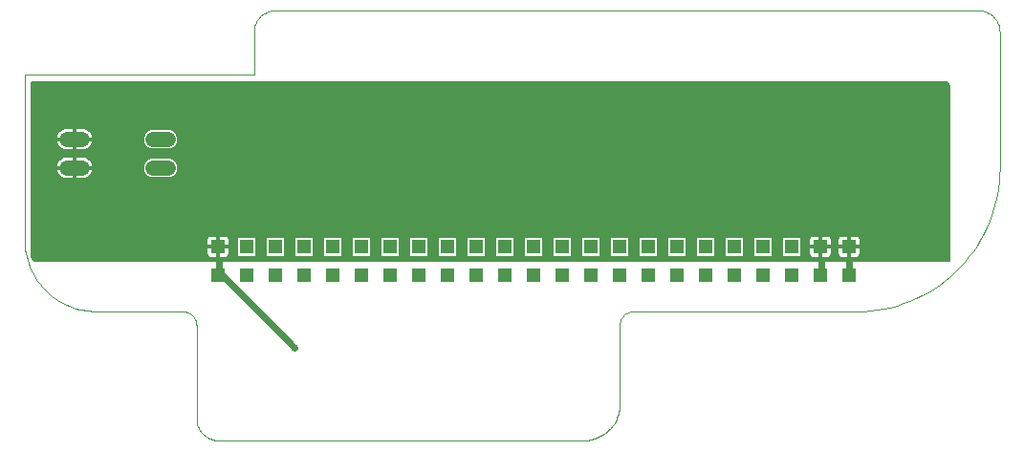
<source format=gbl>
G75*
G70*
%OFA0B0*%
%FSLAX24Y24*%
%IPPOS*%
%LPD*%
%AMOC8*
5,1,8,0,0,1.08239X$1,22.5*
%
%ADD10C,0.0000*%
%ADD11R,0.0515X0.0515*%
%ADD12C,0.0520*%
%ADD13C,0.0060*%
%ADD14C,0.0240*%
%ADD15C,0.0240*%
D10*
X006100Y000850D02*
X006100Y004100D01*
X006098Y004144D01*
X006092Y004187D01*
X006083Y004229D01*
X006070Y004271D01*
X006053Y004311D01*
X006033Y004350D01*
X006010Y004387D01*
X005983Y004421D01*
X005954Y004454D01*
X005921Y004483D01*
X005887Y004510D01*
X005850Y004533D01*
X005811Y004553D01*
X005771Y004570D01*
X005729Y004583D01*
X005687Y004592D01*
X005644Y004598D01*
X005600Y004600D01*
X002600Y004600D01*
X002481Y004603D01*
X002362Y004611D01*
X002244Y004625D01*
X002127Y004645D01*
X002011Y004670D01*
X001896Y004701D01*
X001782Y004737D01*
X001671Y004779D01*
X001561Y004826D01*
X001454Y004878D01*
X001350Y004935D01*
X001248Y004997D01*
X001150Y005064D01*
X001055Y005135D01*
X000963Y005211D01*
X000875Y005291D01*
X000791Y005375D01*
X000711Y005463D01*
X000635Y005555D01*
X000564Y005650D01*
X000497Y005748D01*
X000435Y005850D01*
X000378Y005954D01*
X000326Y006061D01*
X000279Y006171D01*
X000237Y006282D01*
X000201Y006396D01*
X000170Y006511D01*
X000145Y006627D01*
X000125Y006744D01*
X000111Y006862D01*
X000103Y006981D01*
X000100Y007100D01*
X000100Y012850D01*
X008100Y012850D01*
X008100Y014350D01*
X008102Y014404D01*
X008108Y014457D01*
X008117Y014509D01*
X008130Y014561D01*
X008147Y014612D01*
X008168Y014662D01*
X008192Y014709D01*
X008219Y014755D01*
X008250Y014799D01*
X008283Y014841D01*
X008320Y014880D01*
X008359Y014917D01*
X008401Y014950D01*
X008445Y014981D01*
X008491Y015008D01*
X008538Y015032D01*
X008588Y015053D01*
X008639Y015070D01*
X008691Y015083D01*
X008743Y015092D01*
X008796Y015098D01*
X008850Y015100D01*
X033350Y015100D01*
X033404Y015098D01*
X033457Y015092D01*
X033509Y015083D01*
X033561Y015070D01*
X033612Y015053D01*
X033662Y015032D01*
X033709Y015008D01*
X033755Y014981D01*
X033799Y014950D01*
X033841Y014917D01*
X033880Y014880D01*
X033917Y014841D01*
X033950Y014799D01*
X033981Y014755D01*
X034008Y014709D01*
X034032Y014662D01*
X034053Y014612D01*
X034070Y014561D01*
X034083Y014509D01*
X034092Y014457D01*
X034098Y014404D01*
X034100Y014350D01*
X034100Y009600D01*
X034094Y009362D01*
X034077Y009125D01*
X034049Y008888D01*
X034010Y008654D01*
X033959Y008421D01*
X033897Y008191D01*
X033825Y007965D01*
X033742Y007742D01*
X033648Y007523D01*
X033544Y007309D01*
X033430Y007100D01*
X033306Y006897D01*
X033173Y006700D01*
X033030Y006509D01*
X032879Y006326D01*
X032719Y006150D01*
X032550Y005981D01*
X032374Y005821D01*
X032191Y005670D01*
X032000Y005527D01*
X031803Y005394D01*
X031600Y005270D01*
X031391Y005156D01*
X031177Y005052D01*
X030958Y004958D01*
X030735Y004875D01*
X030509Y004803D01*
X030279Y004741D01*
X030046Y004690D01*
X029812Y004651D01*
X029575Y004623D01*
X029338Y004606D01*
X029100Y004600D01*
X021350Y004600D01*
X021306Y004598D01*
X021263Y004592D01*
X021221Y004583D01*
X021179Y004570D01*
X021139Y004553D01*
X021100Y004533D01*
X021063Y004510D01*
X021029Y004483D01*
X020996Y004454D01*
X020967Y004421D01*
X020940Y004387D01*
X020917Y004350D01*
X020897Y004311D01*
X020880Y004271D01*
X020867Y004229D01*
X020858Y004187D01*
X020852Y004144D01*
X020850Y004100D01*
X020850Y001350D01*
X020848Y001282D01*
X020843Y001215D01*
X020834Y001148D01*
X020821Y001081D01*
X020804Y001016D01*
X020785Y000951D01*
X020761Y000887D01*
X020734Y000825D01*
X020704Y000764D01*
X020671Y000706D01*
X020635Y000649D01*
X020595Y000594D01*
X020553Y000541D01*
X020507Y000490D01*
X020460Y000443D01*
X020409Y000397D01*
X020356Y000355D01*
X020301Y000315D01*
X020244Y000279D01*
X020186Y000246D01*
X020125Y000216D01*
X020063Y000189D01*
X019999Y000165D01*
X019934Y000146D01*
X019869Y000129D01*
X019802Y000116D01*
X019735Y000107D01*
X019668Y000102D01*
X019600Y000100D01*
X006850Y000100D01*
X006796Y000102D01*
X006743Y000108D01*
X006691Y000117D01*
X006639Y000130D01*
X006588Y000147D01*
X006538Y000168D01*
X006491Y000192D01*
X006445Y000219D01*
X006401Y000250D01*
X006359Y000283D01*
X006320Y000320D01*
X006283Y000359D01*
X006250Y000401D01*
X006219Y000445D01*
X006192Y000491D01*
X006168Y000538D01*
X006147Y000588D01*
X006130Y000639D01*
X006117Y000691D01*
X006108Y000743D01*
X006102Y000796D01*
X006100Y000850D01*
D11*
X006850Y005850D03*
X007850Y005850D03*
X008850Y005850D03*
X009850Y005850D03*
X010850Y005850D03*
X011850Y005850D03*
X012850Y005850D03*
X013850Y005850D03*
X014850Y005850D03*
X015850Y005850D03*
X016850Y005850D03*
X017850Y005850D03*
X018850Y005850D03*
X019850Y005850D03*
X020850Y005850D03*
X021850Y005850D03*
X022850Y005850D03*
X023850Y005850D03*
X024850Y005850D03*
X025850Y005850D03*
X026850Y005850D03*
X027850Y005850D03*
X028850Y005850D03*
X028850Y006850D03*
X027850Y006850D03*
X026850Y006850D03*
X025850Y006850D03*
X024850Y006850D03*
X023850Y006850D03*
X022850Y006850D03*
X021850Y006850D03*
X020850Y006850D03*
X019850Y006850D03*
X018850Y006850D03*
X017850Y006850D03*
X016850Y006850D03*
X015850Y006850D03*
X014850Y006850D03*
X013850Y006850D03*
X012850Y006850D03*
X011850Y006850D03*
X010850Y006850D03*
X009850Y006850D03*
X008850Y006850D03*
X007850Y006850D03*
X006850Y006850D03*
D12*
X005110Y009600D02*
X004590Y009600D01*
X004590Y010600D02*
X005110Y010600D01*
X002110Y010600D02*
X001590Y010600D01*
X001590Y009600D02*
X002110Y009600D01*
D13*
X001880Y009627D02*
X004240Y009627D01*
X004240Y009670D02*
X004240Y009530D01*
X004293Y009402D01*
X004392Y009303D01*
X004520Y009250D01*
X005180Y009250D01*
X005308Y009303D01*
X005407Y009402D01*
X005460Y009530D01*
X005460Y009670D01*
X005407Y009798D01*
X005308Y009897D01*
X005180Y009950D01*
X004520Y009950D01*
X004392Y009897D01*
X004293Y009798D01*
X004240Y009670D01*
X004247Y009685D02*
X002491Y009685D01*
X002485Y009714D02*
X002456Y009785D01*
X002413Y009849D01*
X002359Y009903D01*
X002295Y009946D01*
X002224Y009975D01*
X002148Y009990D01*
X001880Y009990D01*
X001880Y009630D01*
X001820Y009630D01*
X001820Y009990D01*
X001552Y009990D01*
X001476Y009975D01*
X001405Y009946D01*
X001341Y009903D01*
X001287Y009849D01*
X001244Y009785D01*
X001215Y009714D01*
X001200Y009638D01*
X001200Y009630D01*
X001820Y009630D01*
X001820Y009570D01*
X001880Y009570D01*
X001880Y009630D01*
X002500Y009630D01*
X002500Y009638D01*
X002485Y009714D01*
X002473Y009744D02*
X004271Y009744D01*
X004297Y009802D02*
X002444Y009802D01*
X002401Y009860D02*
X004356Y009860D01*
X004445Y009919D02*
X002335Y009919D01*
X002213Y009977D02*
X032350Y009977D01*
X032350Y009919D02*
X005255Y009919D01*
X005344Y009860D02*
X032350Y009860D01*
X032350Y009802D02*
X005403Y009802D01*
X005429Y009744D02*
X032350Y009744D01*
X032350Y009685D02*
X005453Y009685D01*
X005460Y009627D02*
X032350Y009627D01*
X032350Y009569D02*
X005460Y009569D01*
X005452Y009510D02*
X032350Y009510D01*
X032350Y009452D02*
X005427Y009452D01*
X005399Y009394D02*
X032350Y009394D01*
X032350Y009335D02*
X005340Y009335D01*
X005245Y009277D02*
X032350Y009277D01*
X032350Y009219D02*
X002192Y009219D01*
X002224Y009225D02*
X002295Y009254D01*
X002359Y009297D01*
X002413Y009351D01*
X002456Y009415D01*
X002485Y009486D01*
X002500Y009562D01*
X002500Y009570D01*
X001880Y009570D01*
X001880Y009210D01*
X002148Y009210D01*
X002224Y009225D01*
X002328Y009277D02*
X004455Y009277D01*
X004360Y009335D02*
X002397Y009335D01*
X002441Y009394D02*
X004301Y009394D01*
X004273Y009452D02*
X002471Y009452D01*
X002490Y009510D02*
X004248Y009510D01*
X004240Y009569D02*
X002500Y009569D01*
X001880Y009569D02*
X001820Y009569D01*
X001820Y009570D02*
X001820Y009210D01*
X001552Y009210D01*
X001476Y009225D01*
X001405Y009254D01*
X001341Y009297D01*
X001287Y009351D01*
X001244Y009415D01*
X001215Y009486D01*
X001200Y009562D01*
X001200Y009570D01*
X001820Y009570D01*
X001820Y009627D02*
X000350Y009627D01*
X000350Y009569D02*
X001200Y009569D01*
X001210Y009510D02*
X000350Y009510D01*
X000350Y009452D02*
X001229Y009452D01*
X001259Y009394D02*
X000350Y009394D01*
X000350Y009335D02*
X001303Y009335D01*
X001372Y009277D02*
X000350Y009277D01*
X000350Y009219D02*
X001508Y009219D01*
X001820Y009219D02*
X001880Y009219D01*
X001880Y009277D02*
X001820Y009277D01*
X001820Y009335D02*
X001880Y009335D01*
X001880Y009394D02*
X001820Y009394D01*
X001820Y009452D02*
X001880Y009452D01*
X001880Y009510D02*
X001820Y009510D01*
X001820Y009685D02*
X001880Y009685D01*
X001880Y009744D02*
X001820Y009744D01*
X001820Y009802D02*
X001880Y009802D01*
X001880Y009860D02*
X001820Y009860D01*
X001820Y009919D02*
X001880Y009919D01*
X001880Y009977D02*
X001820Y009977D01*
X001487Y009977D02*
X000350Y009977D01*
X000350Y009919D02*
X001365Y009919D01*
X001299Y009860D02*
X000350Y009860D01*
X000350Y009802D02*
X001256Y009802D01*
X001227Y009744D02*
X000350Y009744D01*
X000350Y009685D02*
X001209Y009685D01*
X000350Y010035D02*
X032350Y010035D01*
X032350Y010094D02*
X000350Y010094D01*
X000350Y010152D02*
X032350Y010152D01*
X032350Y010210D02*
X002150Y010210D01*
X002148Y010210D02*
X002224Y010225D01*
X002295Y010254D01*
X002359Y010297D01*
X002413Y010351D01*
X002456Y010415D01*
X002485Y010486D01*
X002500Y010562D01*
X002500Y010570D01*
X001880Y010570D01*
X001880Y010630D01*
X001820Y010630D01*
X001820Y010990D01*
X001552Y010990D01*
X001476Y010975D01*
X001405Y010946D01*
X001341Y010903D01*
X001287Y010849D01*
X001244Y010785D01*
X001215Y010714D01*
X001200Y010638D01*
X001200Y010630D01*
X001820Y010630D01*
X001820Y010570D01*
X001880Y010570D01*
X001880Y010210D01*
X002148Y010210D01*
X002316Y010269D02*
X004475Y010269D01*
X004520Y010250D02*
X004392Y010303D01*
X004293Y010402D01*
X004240Y010530D01*
X004240Y010670D01*
X004293Y010798D01*
X004392Y010897D01*
X004520Y010950D01*
X005180Y010950D01*
X005308Y010897D01*
X005407Y010798D01*
X005460Y010670D01*
X005460Y010530D01*
X005407Y010402D01*
X005308Y010303D01*
X005180Y010250D01*
X004520Y010250D01*
X004368Y010327D02*
X002389Y010327D01*
X002436Y010386D02*
X004310Y010386D01*
X004276Y010444D02*
X002467Y010444D01*
X002488Y010502D02*
X004252Y010502D01*
X004240Y010561D02*
X002500Y010561D01*
X002500Y010630D02*
X002500Y010638D01*
X002485Y010714D01*
X002456Y010785D01*
X002413Y010849D01*
X002359Y010903D01*
X002295Y010946D01*
X002224Y010975D01*
X002148Y010990D01*
X001880Y010990D01*
X001880Y010630D01*
X002500Y010630D01*
X002492Y010677D02*
X004243Y010677D01*
X004240Y010619D02*
X001880Y010619D01*
X001880Y010677D02*
X001820Y010677D01*
X001820Y010619D02*
X000350Y010619D01*
X000350Y010677D02*
X001208Y010677D01*
X001224Y010736D02*
X000350Y010736D01*
X000350Y010794D02*
X001251Y010794D01*
X001291Y010852D02*
X000350Y010852D01*
X000350Y010911D02*
X001353Y010911D01*
X001462Y010969D02*
X000350Y010969D01*
X000350Y011027D02*
X032350Y011027D01*
X032350Y010969D02*
X002238Y010969D01*
X002347Y010911D02*
X004425Y010911D01*
X004347Y010852D02*
X002409Y010852D01*
X002449Y010794D02*
X004292Y010794D01*
X004267Y010736D02*
X002476Y010736D01*
X001880Y010736D02*
X001820Y010736D01*
X001820Y010794D02*
X001880Y010794D01*
X001880Y010852D02*
X001820Y010852D01*
X001820Y010911D02*
X001880Y010911D01*
X001880Y010969D02*
X001820Y010969D01*
X001820Y010570D02*
X001200Y010570D01*
X001200Y010562D01*
X001215Y010486D01*
X001244Y010415D01*
X001287Y010351D01*
X001341Y010297D01*
X001405Y010254D01*
X001476Y010225D01*
X001552Y010210D01*
X001820Y010210D01*
X001820Y010570D01*
X001820Y010561D02*
X001880Y010561D01*
X001880Y010502D02*
X001820Y010502D01*
X001820Y010444D02*
X001880Y010444D01*
X001880Y010386D02*
X001820Y010386D01*
X001820Y010327D02*
X001880Y010327D01*
X001880Y010269D02*
X001820Y010269D01*
X001820Y010210D02*
X001880Y010210D01*
X001550Y010210D02*
X000350Y010210D01*
X000350Y010269D02*
X001384Y010269D01*
X001311Y010327D02*
X000350Y010327D01*
X000350Y010386D02*
X001264Y010386D01*
X001233Y010444D02*
X000350Y010444D01*
X000350Y010502D02*
X001212Y010502D01*
X001200Y010561D02*
X000350Y010561D01*
X000350Y011086D02*
X032350Y011086D01*
X032350Y011144D02*
X000350Y011144D01*
X000350Y011202D02*
X032350Y011202D01*
X032350Y011261D02*
X000350Y011261D01*
X000350Y011319D02*
X032350Y011319D01*
X032350Y011377D02*
X000350Y011377D01*
X000350Y011436D02*
X032350Y011436D01*
X032350Y011494D02*
X000350Y011494D01*
X000350Y011552D02*
X032350Y011552D01*
X032350Y011611D02*
X000350Y011611D01*
X000350Y011669D02*
X032350Y011669D01*
X032350Y011727D02*
X000350Y011727D01*
X000350Y011786D02*
X032350Y011786D01*
X032350Y011844D02*
X000350Y011844D01*
X000350Y011902D02*
X032350Y011902D01*
X032350Y011961D02*
X000350Y011961D01*
X000350Y012019D02*
X032350Y012019D01*
X032350Y012077D02*
X000350Y012077D01*
X000350Y012136D02*
X032350Y012136D01*
X032350Y012194D02*
X000350Y012194D01*
X000350Y012252D02*
X032350Y012252D01*
X032350Y012311D02*
X000350Y012311D01*
X000350Y012369D02*
X032350Y012369D01*
X032350Y012403D02*
X032350Y006350D01*
X000547Y006350D01*
X000503Y006355D01*
X000461Y006369D01*
X000424Y006393D01*
X000393Y006424D01*
X000369Y006461D01*
X000355Y006503D01*
X000350Y006547D01*
X000350Y012600D01*
X032153Y012600D01*
X032197Y012595D01*
X032239Y012581D01*
X032276Y012557D01*
X032307Y012526D01*
X032331Y012489D01*
X032345Y012447D01*
X032350Y012403D01*
X032347Y012428D02*
X000350Y012428D01*
X000350Y012486D02*
X032331Y012486D01*
X032289Y012544D02*
X000350Y012544D01*
X005275Y010911D02*
X032350Y010911D01*
X032350Y010852D02*
X005353Y010852D01*
X005408Y010794D02*
X032350Y010794D01*
X032350Y010736D02*
X005433Y010736D01*
X005457Y010677D02*
X032350Y010677D01*
X032350Y010619D02*
X005460Y010619D01*
X005460Y010561D02*
X032350Y010561D01*
X032350Y010502D02*
X005448Y010502D01*
X005424Y010444D02*
X032350Y010444D01*
X032350Y010386D02*
X005390Y010386D01*
X005332Y010327D02*
X032350Y010327D01*
X032350Y010269D02*
X005225Y010269D01*
X000350Y009160D02*
X032350Y009160D01*
X032350Y009102D02*
X000350Y009102D01*
X000350Y009044D02*
X032350Y009044D01*
X032350Y008985D02*
X000350Y008985D01*
X000350Y008927D02*
X032350Y008927D01*
X032350Y008869D02*
X000350Y008869D01*
X000350Y008810D02*
X032350Y008810D01*
X032350Y008752D02*
X000350Y008752D01*
X000350Y008694D02*
X032350Y008694D01*
X032350Y008635D02*
X000350Y008635D01*
X000350Y008577D02*
X032350Y008577D01*
X032350Y008519D02*
X000350Y008519D01*
X000350Y008460D02*
X032350Y008460D01*
X032350Y008402D02*
X000350Y008402D01*
X000350Y008344D02*
X032350Y008344D01*
X032350Y008285D02*
X000350Y008285D01*
X000350Y008227D02*
X032350Y008227D01*
X032350Y008168D02*
X000350Y008168D01*
X000350Y008110D02*
X032350Y008110D01*
X032350Y008052D02*
X000350Y008052D01*
X000350Y007993D02*
X032350Y007993D01*
X032350Y007935D02*
X000350Y007935D01*
X000350Y007877D02*
X032350Y007877D01*
X032350Y007818D02*
X000350Y007818D01*
X000350Y007760D02*
X032350Y007760D01*
X032350Y007702D02*
X000350Y007702D01*
X000350Y007643D02*
X032350Y007643D01*
X032350Y007585D02*
X000350Y007585D01*
X000350Y007527D02*
X032350Y007527D01*
X032350Y007468D02*
X000350Y007468D01*
X000350Y007410D02*
X032350Y007410D01*
X032350Y007352D02*
X000350Y007352D01*
X000350Y007293D02*
X032350Y007293D01*
X032350Y007235D02*
X029133Y007235D01*
X029125Y007237D02*
X028880Y007237D01*
X028880Y006880D01*
X028820Y006880D01*
X028820Y007237D01*
X028575Y007237D01*
X028542Y007229D01*
X028513Y007211D01*
X028489Y007187D01*
X028471Y007158D01*
X028463Y007125D01*
X028463Y006880D01*
X028820Y006880D01*
X028820Y006820D01*
X028880Y006820D01*
X028880Y006880D01*
X029237Y006880D01*
X029237Y007125D01*
X029229Y007158D01*
X029211Y007187D01*
X029187Y007211D01*
X029158Y007229D01*
X029125Y007237D01*
X029218Y007177D02*
X032350Y007177D01*
X032350Y007118D02*
X029237Y007118D01*
X029237Y007060D02*
X032350Y007060D01*
X032350Y007002D02*
X029237Y007002D01*
X029237Y006943D02*
X032350Y006943D01*
X032350Y006885D02*
X029237Y006885D01*
X029237Y006820D02*
X028880Y006820D01*
X028880Y006463D01*
X029125Y006463D01*
X029158Y006471D01*
X029187Y006489D01*
X029211Y006513D01*
X029229Y006542D01*
X029237Y006575D01*
X029237Y006820D01*
X029237Y006768D02*
X032350Y006768D01*
X032350Y006710D02*
X029237Y006710D01*
X029237Y006652D02*
X032350Y006652D01*
X032350Y006593D02*
X029237Y006593D01*
X029224Y006535D02*
X032350Y006535D01*
X032350Y006477D02*
X029166Y006477D01*
X028880Y006477D02*
X028820Y006477D01*
X028820Y006463D02*
X028820Y006820D01*
X028463Y006820D01*
X028463Y006575D01*
X028471Y006542D01*
X028489Y006513D01*
X028513Y006489D01*
X028542Y006471D01*
X028575Y006463D01*
X028820Y006463D01*
X028820Y006535D02*
X028880Y006535D01*
X028880Y006593D02*
X028820Y006593D01*
X028820Y006652D02*
X028880Y006652D01*
X028880Y006710D02*
X028820Y006710D01*
X028820Y006768D02*
X028880Y006768D01*
X028880Y006827D02*
X032350Y006827D01*
X032350Y006418D02*
X000399Y006418D01*
X000364Y006477D02*
X006534Y006477D01*
X006542Y006471D02*
X006575Y006463D01*
X006820Y006463D01*
X006820Y006820D01*
X006880Y006820D01*
X006880Y006880D01*
X006820Y006880D01*
X006820Y007237D01*
X006575Y007237D01*
X006542Y007229D01*
X006513Y007211D01*
X006489Y007187D01*
X006471Y007158D01*
X006463Y007125D01*
X006463Y006880D01*
X006820Y006880D01*
X006820Y006820D01*
X006463Y006820D01*
X006463Y006575D01*
X006471Y006542D01*
X006489Y006513D01*
X006513Y006489D01*
X006542Y006471D01*
X006476Y006535D02*
X000351Y006535D01*
X000350Y006593D02*
X006463Y006593D01*
X006463Y006652D02*
X000350Y006652D01*
X000350Y006710D02*
X006463Y006710D01*
X006463Y006768D02*
X000350Y006768D01*
X000350Y006827D02*
X006820Y006827D01*
X006820Y006885D02*
X006880Y006885D01*
X006880Y006880D02*
X006880Y007237D01*
X007125Y007237D01*
X007158Y007229D01*
X007187Y007211D01*
X007211Y007187D01*
X007229Y007158D01*
X007237Y007125D01*
X007237Y006880D01*
X006880Y006880D01*
X006880Y006827D02*
X007503Y006827D01*
X007503Y006885D02*
X007237Y006885D01*
X007237Y006943D02*
X007503Y006943D01*
X007503Y007002D02*
X007237Y007002D01*
X007237Y007060D02*
X007503Y007060D01*
X007503Y007118D02*
X007237Y007118D01*
X007218Y007177D02*
X007535Y007177D01*
X007555Y007197D02*
X007503Y007145D01*
X007503Y006555D01*
X007555Y006503D01*
X008145Y006503D01*
X008197Y006555D01*
X008197Y007145D01*
X008145Y007197D01*
X007555Y007197D01*
X008165Y007177D02*
X008535Y007177D01*
X008555Y007197D02*
X008503Y007145D01*
X008503Y006555D01*
X008555Y006503D01*
X009145Y006503D01*
X009197Y006555D01*
X009197Y007145D01*
X009145Y007197D01*
X008555Y007197D01*
X008503Y007118D02*
X008197Y007118D01*
X008197Y007060D02*
X008503Y007060D01*
X008503Y007002D02*
X008197Y007002D01*
X008197Y006943D02*
X008503Y006943D01*
X008503Y006885D02*
X008197Y006885D01*
X008197Y006827D02*
X008503Y006827D01*
X008503Y006768D02*
X008197Y006768D01*
X008197Y006710D02*
X008503Y006710D01*
X008503Y006652D02*
X008197Y006652D01*
X008197Y006593D02*
X008503Y006593D01*
X008523Y006535D02*
X008177Y006535D01*
X007523Y006535D02*
X007224Y006535D01*
X007229Y006542D02*
X007211Y006513D01*
X007187Y006489D01*
X007158Y006471D01*
X007125Y006463D01*
X006880Y006463D01*
X006880Y006820D01*
X007237Y006820D01*
X007237Y006575D01*
X007229Y006542D01*
X007237Y006593D02*
X007503Y006593D01*
X007503Y006652D02*
X007237Y006652D01*
X007237Y006710D02*
X007503Y006710D01*
X007503Y006768D02*
X007237Y006768D01*
X006880Y006768D02*
X006820Y006768D01*
X006820Y006710D02*
X006880Y006710D01*
X006880Y006652D02*
X006820Y006652D01*
X006820Y006593D02*
X006880Y006593D01*
X006880Y006535D02*
X006820Y006535D01*
X006820Y006477D02*
X006880Y006477D01*
X007166Y006477D02*
X027534Y006477D01*
X027542Y006471D02*
X027575Y006463D01*
X027820Y006463D01*
X027820Y006820D01*
X027880Y006820D01*
X027880Y006880D01*
X027820Y006880D01*
X027820Y007237D01*
X027575Y007237D01*
X027542Y007229D01*
X027513Y007211D01*
X027489Y007187D01*
X027471Y007158D01*
X027463Y007125D01*
X027463Y006880D01*
X027820Y006880D01*
X027820Y006820D01*
X027463Y006820D01*
X027463Y006575D01*
X027471Y006542D01*
X027489Y006513D01*
X027513Y006489D01*
X027542Y006471D01*
X027476Y006535D02*
X027177Y006535D01*
X027197Y006555D02*
X027145Y006503D01*
X026555Y006503D01*
X026503Y006555D01*
X026503Y007145D01*
X026555Y007197D01*
X027145Y007197D01*
X027197Y007145D01*
X027197Y006555D01*
X027197Y006593D02*
X027463Y006593D01*
X027463Y006652D02*
X027197Y006652D01*
X027197Y006710D02*
X027463Y006710D01*
X027463Y006768D02*
X027197Y006768D01*
X027197Y006827D02*
X027820Y006827D01*
X027820Y006885D02*
X027880Y006885D01*
X027880Y006880D02*
X027880Y007237D01*
X028125Y007237D01*
X028158Y007229D01*
X028187Y007211D01*
X028211Y007187D01*
X028229Y007158D01*
X028237Y007125D01*
X028237Y006880D01*
X027880Y006880D01*
X027880Y006827D02*
X028820Y006827D01*
X028820Y006885D02*
X028880Y006885D01*
X028880Y006943D02*
X028820Y006943D01*
X028820Y007002D02*
X028880Y007002D01*
X028880Y007060D02*
X028820Y007060D01*
X028820Y007118D02*
X028880Y007118D01*
X028880Y007177D02*
X028820Y007177D01*
X028820Y007235D02*
X028880Y007235D01*
X028567Y007235D02*
X028133Y007235D01*
X028218Y007177D02*
X028482Y007177D01*
X028463Y007118D02*
X028237Y007118D01*
X028237Y007060D02*
X028463Y007060D01*
X028463Y007002D02*
X028237Y007002D01*
X028237Y006943D02*
X028463Y006943D01*
X028463Y006885D02*
X028237Y006885D01*
X028237Y006820D02*
X027880Y006820D01*
X027880Y006463D01*
X028125Y006463D01*
X028158Y006471D01*
X028187Y006489D01*
X028211Y006513D01*
X028229Y006542D01*
X028237Y006575D01*
X028237Y006820D01*
X028237Y006768D02*
X028463Y006768D01*
X028463Y006710D02*
X028237Y006710D01*
X028237Y006652D02*
X028463Y006652D01*
X028463Y006593D02*
X028237Y006593D01*
X028224Y006535D02*
X028476Y006535D01*
X028534Y006477D02*
X028166Y006477D01*
X027880Y006477D02*
X027820Y006477D01*
X027820Y006535D02*
X027880Y006535D01*
X027880Y006593D02*
X027820Y006593D01*
X027820Y006652D02*
X027880Y006652D01*
X027880Y006710D02*
X027820Y006710D01*
X027820Y006768D02*
X027880Y006768D01*
X027880Y006943D02*
X027820Y006943D01*
X027820Y007002D02*
X027880Y007002D01*
X027880Y007060D02*
X027820Y007060D01*
X027820Y007118D02*
X027880Y007118D01*
X027880Y007177D02*
X027820Y007177D01*
X027820Y007235D02*
X027880Y007235D01*
X027567Y007235D02*
X007133Y007235D01*
X006880Y007235D02*
X006820Y007235D01*
X006820Y007177D02*
X006880Y007177D01*
X006880Y007118D02*
X006820Y007118D01*
X006820Y007060D02*
X006880Y007060D01*
X006880Y007002D02*
X006820Y007002D01*
X006820Y006943D02*
X006880Y006943D01*
X006463Y006943D02*
X000350Y006943D01*
X000350Y006885D02*
X006463Y006885D01*
X006463Y007002D02*
X000350Y007002D01*
X000350Y007060D02*
X006463Y007060D01*
X006463Y007118D02*
X000350Y007118D01*
X000350Y007177D02*
X006482Y007177D01*
X006567Y007235D02*
X000350Y007235D01*
X000489Y006360D02*
X032350Y006360D01*
X027463Y006885D02*
X027197Y006885D01*
X027197Y006943D02*
X027463Y006943D01*
X027463Y007002D02*
X027197Y007002D01*
X027197Y007060D02*
X027463Y007060D01*
X027463Y007118D02*
X027197Y007118D01*
X027165Y007177D02*
X027482Y007177D01*
X026535Y007177D02*
X026165Y007177D01*
X026145Y007197D02*
X026197Y007145D01*
X026197Y006555D01*
X026145Y006503D01*
X025555Y006503D01*
X025503Y006555D01*
X025503Y007145D01*
X025555Y007197D01*
X026145Y007197D01*
X026197Y007118D02*
X026503Y007118D01*
X026503Y007060D02*
X026197Y007060D01*
X026197Y007002D02*
X026503Y007002D01*
X026503Y006943D02*
X026197Y006943D01*
X026197Y006885D02*
X026503Y006885D01*
X026503Y006827D02*
X026197Y006827D01*
X026197Y006768D02*
X026503Y006768D01*
X026503Y006710D02*
X026197Y006710D01*
X026197Y006652D02*
X026503Y006652D01*
X026503Y006593D02*
X026197Y006593D01*
X026177Y006535D02*
X026523Y006535D01*
X025523Y006535D02*
X025177Y006535D01*
X025197Y006555D02*
X025145Y006503D01*
X024555Y006503D01*
X024503Y006555D01*
X024503Y007145D01*
X024555Y007197D01*
X025145Y007197D01*
X025197Y007145D01*
X025197Y006555D01*
X025197Y006593D02*
X025503Y006593D01*
X025503Y006652D02*
X025197Y006652D01*
X025197Y006710D02*
X025503Y006710D01*
X025503Y006768D02*
X025197Y006768D01*
X025197Y006827D02*
X025503Y006827D01*
X025503Y006885D02*
X025197Y006885D01*
X025197Y006943D02*
X025503Y006943D01*
X025503Y007002D02*
X025197Y007002D01*
X025197Y007060D02*
X025503Y007060D01*
X025503Y007118D02*
X025197Y007118D01*
X025165Y007177D02*
X025535Y007177D01*
X024535Y007177D02*
X024165Y007177D01*
X024145Y007197D02*
X024197Y007145D01*
X024197Y006555D01*
X024145Y006503D01*
X023555Y006503D01*
X023503Y006555D01*
X023503Y007145D01*
X023555Y007197D01*
X024145Y007197D01*
X024197Y007118D02*
X024503Y007118D01*
X024503Y007060D02*
X024197Y007060D01*
X024197Y007002D02*
X024503Y007002D01*
X024503Y006943D02*
X024197Y006943D01*
X024197Y006885D02*
X024503Y006885D01*
X024503Y006827D02*
X024197Y006827D01*
X024197Y006768D02*
X024503Y006768D01*
X024503Y006710D02*
X024197Y006710D01*
X024197Y006652D02*
X024503Y006652D01*
X024503Y006593D02*
X024197Y006593D01*
X024177Y006535D02*
X024523Y006535D01*
X023523Y006535D02*
X023177Y006535D01*
X023197Y006555D02*
X023145Y006503D01*
X022555Y006503D01*
X022503Y006555D01*
X022503Y007145D01*
X022555Y007197D01*
X023145Y007197D01*
X023197Y007145D01*
X023197Y006555D01*
X023197Y006593D02*
X023503Y006593D01*
X023503Y006652D02*
X023197Y006652D01*
X023197Y006710D02*
X023503Y006710D01*
X023503Y006768D02*
X023197Y006768D01*
X023197Y006827D02*
X023503Y006827D01*
X023503Y006885D02*
X023197Y006885D01*
X023197Y006943D02*
X023503Y006943D01*
X023503Y007002D02*
X023197Y007002D01*
X023197Y007060D02*
X023503Y007060D01*
X023503Y007118D02*
X023197Y007118D01*
X023165Y007177D02*
X023535Y007177D01*
X022535Y007177D02*
X022165Y007177D01*
X022145Y007197D02*
X022197Y007145D01*
X022197Y006555D01*
X022145Y006503D01*
X021555Y006503D01*
X021503Y006555D01*
X021503Y007145D01*
X021555Y007197D01*
X022145Y007197D01*
X022197Y007118D02*
X022503Y007118D01*
X022503Y007060D02*
X022197Y007060D01*
X022197Y007002D02*
X022503Y007002D01*
X022503Y006943D02*
X022197Y006943D01*
X022197Y006885D02*
X022503Y006885D01*
X022503Y006827D02*
X022197Y006827D01*
X022197Y006768D02*
X022503Y006768D01*
X022503Y006710D02*
X022197Y006710D01*
X022197Y006652D02*
X022503Y006652D01*
X022503Y006593D02*
X022197Y006593D01*
X022177Y006535D02*
X022523Y006535D01*
X021523Y006535D02*
X021177Y006535D01*
X021197Y006555D02*
X021145Y006503D01*
X020555Y006503D01*
X020503Y006555D01*
X020503Y007145D01*
X020555Y007197D01*
X021145Y007197D01*
X021197Y007145D01*
X021197Y006555D01*
X021197Y006593D02*
X021503Y006593D01*
X021503Y006652D02*
X021197Y006652D01*
X021197Y006710D02*
X021503Y006710D01*
X021503Y006768D02*
X021197Y006768D01*
X021197Y006827D02*
X021503Y006827D01*
X021503Y006885D02*
X021197Y006885D01*
X021197Y006943D02*
X021503Y006943D01*
X021503Y007002D02*
X021197Y007002D01*
X021197Y007060D02*
X021503Y007060D01*
X021503Y007118D02*
X021197Y007118D01*
X021165Y007177D02*
X021535Y007177D01*
X020535Y007177D02*
X020165Y007177D01*
X020145Y007197D02*
X020197Y007145D01*
X020197Y006555D01*
X020145Y006503D01*
X019555Y006503D01*
X019503Y006555D01*
X019503Y007145D01*
X019555Y007197D01*
X020145Y007197D01*
X020197Y007118D02*
X020503Y007118D01*
X020503Y007060D02*
X020197Y007060D01*
X020197Y007002D02*
X020503Y007002D01*
X020503Y006943D02*
X020197Y006943D01*
X020197Y006885D02*
X020503Y006885D01*
X020503Y006827D02*
X020197Y006827D01*
X020197Y006768D02*
X020503Y006768D01*
X020503Y006710D02*
X020197Y006710D01*
X020197Y006652D02*
X020503Y006652D01*
X020503Y006593D02*
X020197Y006593D01*
X020177Y006535D02*
X020523Y006535D01*
X019523Y006535D02*
X019177Y006535D01*
X019197Y006555D02*
X019145Y006503D01*
X018555Y006503D01*
X018503Y006555D01*
X018503Y007145D01*
X018555Y007197D01*
X019145Y007197D01*
X019197Y007145D01*
X019197Y006555D01*
X019197Y006593D02*
X019503Y006593D01*
X019503Y006652D02*
X019197Y006652D01*
X019197Y006710D02*
X019503Y006710D01*
X019503Y006768D02*
X019197Y006768D01*
X019197Y006827D02*
X019503Y006827D01*
X019503Y006885D02*
X019197Y006885D01*
X019197Y006943D02*
X019503Y006943D01*
X019503Y007002D02*
X019197Y007002D01*
X019197Y007060D02*
X019503Y007060D01*
X019503Y007118D02*
X019197Y007118D01*
X019165Y007177D02*
X019535Y007177D01*
X018535Y007177D02*
X018165Y007177D01*
X018145Y007197D02*
X018197Y007145D01*
X018197Y006555D01*
X018145Y006503D01*
X017555Y006503D01*
X017503Y006555D01*
X017503Y007145D01*
X017555Y007197D01*
X018145Y007197D01*
X018197Y007118D02*
X018503Y007118D01*
X018503Y007060D02*
X018197Y007060D01*
X018197Y007002D02*
X018503Y007002D01*
X018503Y006943D02*
X018197Y006943D01*
X018197Y006885D02*
X018503Y006885D01*
X018503Y006827D02*
X018197Y006827D01*
X018197Y006768D02*
X018503Y006768D01*
X018503Y006710D02*
X018197Y006710D01*
X018197Y006652D02*
X018503Y006652D01*
X018503Y006593D02*
X018197Y006593D01*
X018177Y006535D02*
X018523Y006535D01*
X017523Y006535D02*
X017177Y006535D01*
X017197Y006555D02*
X017145Y006503D01*
X016555Y006503D01*
X016503Y006555D01*
X016503Y007145D01*
X016555Y007197D01*
X017145Y007197D01*
X017197Y007145D01*
X017197Y006555D01*
X017197Y006593D02*
X017503Y006593D01*
X017503Y006652D02*
X017197Y006652D01*
X017197Y006710D02*
X017503Y006710D01*
X017503Y006768D02*
X017197Y006768D01*
X017197Y006827D02*
X017503Y006827D01*
X017503Y006885D02*
X017197Y006885D01*
X017197Y006943D02*
X017503Y006943D01*
X017503Y007002D02*
X017197Y007002D01*
X017197Y007060D02*
X017503Y007060D01*
X017503Y007118D02*
X017197Y007118D01*
X017165Y007177D02*
X017535Y007177D01*
X016535Y007177D02*
X016165Y007177D01*
X016145Y007197D02*
X016197Y007145D01*
X016197Y006555D01*
X016145Y006503D01*
X015555Y006503D01*
X015503Y006555D01*
X015503Y007145D01*
X015555Y007197D01*
X016145Y007197D01*
X016197Y007118D02*
X016503Y007118D01*
X016503Y007060D02*
X016197Y007060D01*
X016197Y007002D02*
X016503Y007002D01*
X016503Y006943D02*
X016197Y006943D01*
X016197Y006885D02*
X016503Y006885D01*
X016503Y006827D02*
X016197Y006827D01*
X016197Y006768D02*
X016503Y006768D01*
X016503Y006710D02*
X016197Y006710D01*
X016197Y006652D02*
X016503Y006652D01*
X016503Y006593D02*
X016197Y006593D01*
X016177Y006535D02*
X016523Y006535D01*
X015523Y006535D02*
X015177Y006535D01*
X015197Y006555D02*
X015145Y006503D01*
X014555Y006503D01*
X014503Y006555D01*
X014503Y007145D01*
X014555Y007197D01*
X015145Y007197D01*
X015197Y007145D01*
X015197Y006555D01*
X015197Y006593D02*
X015503Y006593D01*
X015503Y006652D02*
X015197Y006652D01*
X015197Y006710D02*
X015503Y006710D01*
X015503Y006768D02*
X015197Y006768D01*
X015197Y006827D02*
X015503Y006827D01*
X015503Y006885D02*
X015197Y006885D01*
X015197Y006943D02*
X015503Y006943D01*
X015503Y007002D02*
X015197Y007002D01*
X015197Y007060D02*
X015503Y007060D01*
X015503Y007118D02*
X015197Y007118D01*
X015165Y007177D02*
X015535Y007177D01*
X014535Y007177D02*
X014165Y007177D01*
X014145Y007197D02*
X014197Y007145D01*
X014197Y006555D01*
X014145Y006503D01*
X013555Y006503D01*
X013503Y006555D01*
X013503Y007145D01*
X013555Y007197D01*
X014145Y007197D01*
X014197Y007118D02*
X014503Y007118D01*
X014503Y007060D02*
X014197Y007060D01*
X014197Y007002D02*
X014503Y007002D01*
X014503Y006943D02*
X014197Y006943D01*
X014197Y006885D02*
X014503Y006885D01*
X014503Y006827D02*
X014197Y006827D01*
X014197Y006768D02*
X014503Y006768D01*
X014503Y006710D02*
X014197Y006710D01*
X014197Y006652D02*
X014503Y006652D01*
X014503Y006593D02*
X014197Y006593D01*
X014177Y006535D02*
X014523Y006535D01*
X013523Y006535D02*
X013177Y006535D01*
X013197Y006555D02*
X013145Y006503D01*
X012555Y006503D01*
X012503Y006555D01*
X012503Y007145D01*
X012555Y007197D01*
X013145Y007197D01*
X013197Y007145D01*
X013197Y006555D01*
X013197Y006593D02*
X013503Y006593D01*
X013503Y006652D02*
X013197Y006652D01*
X013197Y006710D02*
X013503Y006710D01*
X013503Y006768D02*
X013197Y006768D01*
X013197Y006827D02*
X013503Y006827D01*
X013503Y006885D02*
X013197Y006885D01*
X013197Y006943D02*
X013503Y006943D01*
X013503Y007002D02*
X013197Y007002D01*
X013197Y007060D02*
X013503Y007060D01*
X013503Y007118D02*
X013197Y007118D01*
X013165Y007177D02*
X013535Y007177D01*
X012535Y007177D02*
X012165Y007177D01*
X012145Y007197D02*
X012197Y007145D01*
X012197Y006555D01*
X012145Y006503D01*
X011555Y006503D01*
X011503Y006555D01*
X011503Y007145D01*
X011555Y007197D01*
X012145Y007197D01*
X012197Y007118D02*
X012503Y007118D01*
X012503Y007060D02*
X012197Y007060D01*
X012197Y007002D02*
X012503Y007002D01*
X012503Y006943D02*
X012197Y006943D01*
X012197Y006885D02*
X012503Y006885D01*
X012503Y006827D02*
X012197Y006827D01*
X012197Y006768D02*
X012503Y006768D01*
X012503Y006710D02*
X012197Y006710D01*
X012197Y006652D02*
X012503Y006652D01*
X012503Y006593D02*
X012197Y006593D01*
X012177Y006535D02*
X012523Y006535D01*
X011523Y006535D02*
X011177Y006535D01*
X011197Y006555D02*
X011145Y006503D01*
X010555Y006503D01*
X010503Y006555D01*
X010503Y007145D01*
X010555Y007197D01*
X011145Y007197D01*
X011197Y007145D01*
X011197Y006555D01*
X011197Y006593D02*
X011503Y006593D01*
X011503Y006652D02*
X011197Y006652D01*
X011197Y006710D02*
X011503Y006710D01*
X011503Y006768D02*
X011197Y006768D01*
X011197Y006827D02*
X011503Y006827D01*
X011503Y006885D02*
X011197Y006885D01*
X011197Y006943D02*
X011503Y006943D01*
X011503Y007002D02*
X011197Y007002D01*
X011197Y007060D02*
X011503Y007060D01*
X011503Y007118D02*
X011197Y007118D01*
X011165Y007177D02*
X011535Y007177D01*
X010535Y007177D02*
X010165Y007177D01*
X010145Y007197D02*
X010197Y007145D01*
X010197Y006555D01*
X010145Y006503D01*
X009555Y006503D01*
X009503Y006555D01*
X009503Y007145D01*
X009555Y007197D01*
X010145Y007197D01*
X010197Y007118D02*
X010503Y007118D01*
X010503Y007060D02*
X010197Y007060D01*
X010197Y007002D02*
X010503Y007002D01*
X010503Y006943D02*
X010197Y006943D01*
X010197Y006885D02*
X010503Y006885D01*
X010503Y006827D02*
X010197Y006827D01*
X010197Y006768D02*
X010503Y006768D01*
X010503Y006710D02*
X010197Y006710D01*
X010197Y006652D02*
X010503Y006652D01*
X010503Y006593D02*
X010197Y006593D01*
X010177Y006535D02*
X010523Y006535D01*
X009523Y006535D02*
X009177Y006535D01*
X009197Y006593D02*
X009503Y006593D01*
X009503Y006652D02*
X009197Y006652D01*
X009197Y006710D02*
X009503Y006710D01*
X009503Y006768D02*
X009197Y006768D01*
X009197Y006827D02*
X009503Y006827D01*
X009503Y006885D02*
X009197Y006885D01*
X009197Y006943D02*
X009503Y006943D01*
X009503Y007002D02*
X009197Y007002D01*
X009197Y007060D02*
X009503Y007060D01*
X009503Y007118D02*
X009197Y007118D01*
X009165Y007177D02*
X009535Y007177D01*
D14*
X006880Y006350D02*
X006880Y005850D01*
X006850Y005850D01*
X006880Y005850D02*
X007000Y005850D01*
X009520Y003330D01*
X027850Y005850D02*
X027880Y005850D01*
X027880Y006350D01*
X028840Y006350D02*
X028840Y005850D01*
X028850Y005850D01*
D15*
X009520Y003330D03*
M02*

</source>
